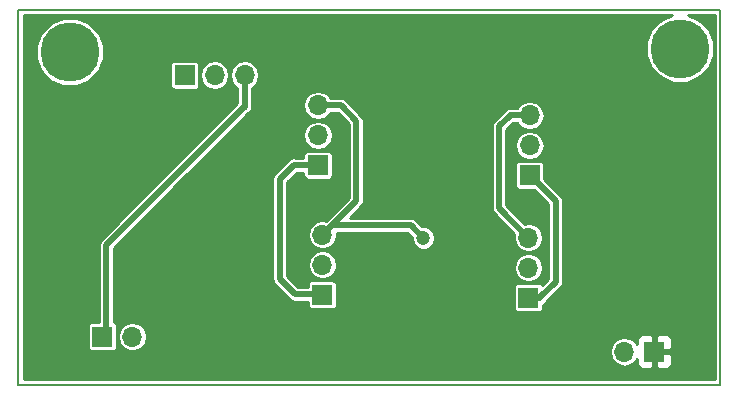
<source format=gbr>
G04 #@! TF.FileFunction,Copper,L2,Bot,Signal*
%FSLAX46Y46*%
G04 Gerber Fmt 4.6, Leading zero omitted, Abs format (unit mm)*
G04 Created by KiCad (PCBNEW 4.0.6) date 07/10/17 08:56:55*
%MOMM*%
%LPD*%
G01*
G04 APERTURE LIST*
%ADD10C,0.100000*%
%ADD11C,0.150000*%
%ADD12C,5.000000*%
%ADD13R,1.700000X1.700000*%
%ADD14O,1.700000X1.700000*%
%ADD15C,1.200000*%
%ADD16C,0.500000*%
%ADD17C,0.254000*%
G04 APERTURE END LIST*
D10*
D11*
X92102000Y-60452000D02*
X32666000Y-60452000D01*
X92102000Y-28702000D02*
X92102000Y-60452000D01*
X32666000Y-60452000D02*
X32666000Y-28702000D01*
X32666000Y-28702000D02*
X33428000Y-28702000D01*
X33428000Y-28702000D02*
X92102000Y-28702000D01*
D12*
X88690000Y-31990000D03*
D13*
X75846000Y-53086000D03*
D14*
X75846000Y-50546000D03*
X75846000Y-48006000D03*
D13*
X75950000Y-42720000D03*
D14*
X75950000Y-40180000D03*
X75950000Y-37640000D03*
D13*
X58020000Y-41870000D03*
D14*
X58020000Y-39330000D03*
X58020000Y-36790000D03*
D13*
X58400000Y-52840000D03*
D14*
X58400000Y-50300000D03*
X58400000Y-47760000D03*
D13*
X39778000Y-56388000D03*
D14*
X42318000Y-56388000D03*
D13*
X86514000Y-57658000D03*
D14*
X83974000Y-57658000D03*
D13*
X46740000Y-34250000D03*
D14*
X49280000Y-34250000D03*
X51820000Y-34250000D03*
D12*
X37010000Y-32270000D03*
D15*
X71390000Y-53680000D03*
X68740000Y-51470000D03*
X63780000Y-51390000D03*
X39220000Y-47100000D03*
X71880000Y-41290000D03*
X71870000Y-44650000D03*
X71840000Y-46710000D03*
X43730000Y-49230000D03*
X43700000Y-51240000D03*
X47620000Y-47330000D03*
X45880000Y-51240000D03*
X48040000Y-44710000D03*
X82100000Y-42570000D03*
X82160000Y-40400000D03*
X82220000Y-38550000D03*
X87010000Y-46110000D03*
X86420000Y-55430000D03*
X89710000Y-57650000D03*
X89730000Y-55890000D03*
X86540000Y-44680000D03*
X66950000Y-48030000D03*
D16*
X71840000Y-44680000D02*
X71840000Y-46710000D01*
X71870000Y-44650000D02*
X71840000Y-44680000D01*
X43700000Y-49260000D02*
X43700000Y-51240000D01*
X43730000Y-49230000D02*
X43700000Y-49260000D01*
X45880000Y-49070000D02*
X47620000Y-47330000D01*
X45880000Y-51240000D02*
X45880000Y-49070000D01*
D17*
X86522000Y-57650000D02*
X89710000Y-57650000D01*
X86514000Y-57658000D02*
X86522000Y-57650000D01*
X39778000Y-56388000D02*
X39750000Y-56360000D01*
D16*
X40110000Y-48610000D02*
X51690000Y-37030000D01*
X40110000Y-56056000D02*
X40110000Y-48610000D01*
X39778000Y-56388000D02*
X40110000Y-56056000D01*
X51820000Y-36900000D02*
X51820000Y-34250000D01*
X51690000Y-37030000D02*
X51820000Y-36900000D01*
D17*
X58400000Y-52840000D02*
X58370000Y-52810000D01*
D16*
X56040000Y-41870000D02*
X58020000Y-41870000D01*
X54970000Y-51700000D02*
X54770000Y-51500000D01*
X54770000Y-51500000D02*
X54770000Y-43510000D01*
X54770000Y-43510000D02*
X54770000Y-43060000D01*
X54770000Y-43060000D02*
X56000000Y-41830000D01*
X58370000Y-52810000D02*
X56080000Y-52810000D01*
X56080000Y-52810000D02*
X54970000Y-51700000D01*
D17*
X56000000Y-41830000D02*
X56040000Y-41870000D01*
D16*
X65860000Y-46940000D02*
X66950000Y-48030000D01*
X59220000Y-46940000D02*
X65860000Y-46940000D01*
D17*
X58400000Y-47760000D02*
X59220000Y-46940000D01*
D16*
X61250000Y-38110000D02*
X59940000Y-36800000D01*
X61250000Y-44910000D02*
X61250000Y-38110000D01*
X58400000Y-47760000D02*
X61250000Y-44910000D01*
X58030000Y-36800000D02*
X59940000Y-36800000D01*
D17*
X58020000Y-36790000D02*
X58030000Y-36800000D01*
D16*
X78150000Y-44920000D02*
X78150000Y-50860000D01*
X75950000Y-42720000D02*
X78150000Y-44920000D01*
X76830000Y-53050000D02*
X78150000Y-51730000D01*
D17*
X76830000Y-53140000D02*
X76830000Y-53050000D01*
D16*
X75900000Y-53140000D02*
X76830000Y-53140000D01*
D17*
X75846000Y-53086000D02*
X75900000Y-53140000D01*
D16*
X78150000Y-51730000D02*
X78150000Y-50860000D01*
X73350000Y-38590000D02*
X74270000Y-37670000D01*
X73350000Y-38950000D02*
X73350000Y-38590000D01*
X73350000Y-45510000D02*
X73350000Y-38950000D01*
X75846000Y-48006000D02*
X73350000Y-45510000D01*
X74300000Y-37640000D02*
X75950000Y-37640000D01*
D17*
X74270000Y-37670000D02*
X74300000Y-37640000D01*
G36*
X87060177Y-29546183D02*
X86249031Y-30355914D01*
X85809501Y-31414420D01*
X85808501Y-32560552D01*
X86246183Y-33619823D01*
X87055914Y-34430969D01*
X88114420Y-34870499D01*
X89260552Y-34871499D01*
X90319823Y-34433817D01*
X91130969Y-33624086D01*
X91570499Y-32565580D01*
X91571499Y-31419448D01*
X91133817Y-30360177D01*
X90324086Y-29549031D01*
X89382379Y-29158000D01*
X91646000Y-29158000D01*
X91646000Y-59996000D01*
X33122000Y-59996000D01*
X33122000Y-55538000D01*
X38539536Y-55538000D01*
X38539536Y-57238000D01*
X38566103Y-57379190D01*
X38649546Y-57508865D01*
X38776866Y-57595859D01*
X38928000Y-57626464D01*
X40628000Y-57626464D01*
X40769190Y-57599897D01*
X40898865Y-57516454D01*
X40985859Y-57389134D01*
X41016464Y-57238000D01*
X41016464Y-56363883D01*
X41087000Y-56363883D01*
X41087000Y-56412117D01*
X41180704Y-56883200D01*
X41447552Y-57282565D01*
X41846917Y-57549413D01*
X42318000Y-57643117D01*
X42364422Y-57633883D01*
X82743000Y-57633883D01*
X82743000Y-57682117D01*
X82836704Y-58153200D01*
X83103552Y-58552565D01*
X83502917Y-58819413D01*
X83974000Y-58913117D01*
X84445083Y-58819413D01*
X84844448Y-58552565D01*
X85029000Y-58276364D01*
X85029000Y-58634309D01*
X85125673Y-58867698D01*
X85304301Y-59046327D01*
X85537690Y-59143000D01*
X86228250Y-59143000D01*
X86387000Y-58984250D01*
X86387000Y-57785000D01*
X86641000Y-57785000D01*
X86641000Y-58984250D01*
X86799750Y-59143000D01*
X87490310Y-59143000D01*
X87723699Y-59046327D01*
X87902327Y-58867698D01*
X87999000Y-58634309D01*
X87999000Y-57943750D01*
X87840250Y-57785000D01*
X86641000Y-57785000D01*
X86387000Y-57785000D01*
X86367000Y-57785000D01*
X86367000Y-57531000D01*
X86387000Y-57531000D01*
X86387000Y-56331750D01*
X86641000Y-56331750D01*
X86641000Y-57531000D01*
X87840250Y-57531000D01*
X87999000Y-57372250D01*
X87999000Y-56681691D01*
X87902327Y-56448302D01*
X87723699Y-56269673D01*
X87490310Y-56173000D01*
X86799750Y-56173000D01*
X86641000Y-56331750D01*
X86387000Y-56331750D01*
X86228250Y-56173000D01*
X85537690Y-56173000D01*
X85304301Y-56269673D01*
X85125673Y-56448302D01*
X85029000Y-56681691D01*
X85029000Y-57039636D01*
X84844448Y-56763435D01*
X84445083Y-56496587D01*
X83974000Y-56402883D01*
X83502917Y-56496587D01*
X83103552Y-56763435D01*
X82836704Y-57162800D01*
X82743000Y-57633883D01*
X42364422Y-57633883D01*
X42789083Y-57549413D01*
X43188448Y-57282565D01*
X43455296Y-56883200D01*
X43549000Y-56412117D01*
X43549000Y-56363883D01*
X43455296Y-55892800D01*
X43188448Y-55493435D01*
X42789083Y-55226587D01*
X42318000Y-55132883D01*
X41846917Y-55226587D01*
X41447552Y-55493435D01*
X41180704Y-55892800D01*
X41087000Y-56363883D01*
X41016464Y-56363883D01*
X41016464Y-55538000D01*
X40989897Y-55396810D01*
X40906454Y-55267135D01*
X40779134Y-55180141D01*
X40741000Y-55172419D01*
X40741000Y-48871368D01*
X46552368Y-43060000D01*
X54139000Y-43060000D01*
X54139000Y-51500000D01*
X54175460Y-51683296D01*
X54187032Y-51741473D01*
X54323816Y-51946184D01*
X54523816Y-52146185D01*
X54523819Y-52146187D01*
X55633816Y-53256184D01*
X55838527Y-53392968D01*
X56080000Y-53441000D01*
X57161536Y-53441000D01*
X57161536Y-53690000D01*
X57188103Y-53831190D01*
X57271546Y-53960865D01*
X57398866Y-54047859D01*
X57550000Y-54078464D01*
X59250000Y-54078464D01*
X59391190Y-54051897D01*
X59520865Y-53968454D01*
X59607859Y-53841134D01*
X59638464Y-53690000D01*
X59638464Y-52236000D01*
X74607536Y-52236000D01*
X74607536Y-53936000D01*
X74634103Y-54077190D01*
X74717546Y-54206865D01*
X74844866Y-54293859D01*
X74996000Y-54324464D01*
X76696000Y-54324464D01*
X76837190Y-54297897D01*
X76966865Y-54214454D01*
X77053859Y-54087134D01*
X77084464Y-53936000D01*
X77084464Y-53714288D01*
X77276184Y-53586184D01*
X77412968Y-53381473D01*
X77418449Y-53353919D01*
X78596184Y-52176184D01*
X78732968Y-51971473D01*
X78781000Y-51730000D01*
X78781000Y-44920000D01*
X78732968Y-44678527D01*
X78596184Y-44473816D01*
X77188464Y-43066096D01*
X77188464Y-41870000D01*
X77161897Y-41728810D01*
X77078454Y-41599135D01*
X76951134Y-41512141D01*
X76800000Y-41481536D01*
X75100000Y-41481536D01*
X74958810Y-41508103D01*
X74829135Y-41591546D01*
X74742141Y-41718866D01*
X74711536Y-41870000D01*
X74711536Y-43570000D01*
X74738103Y-43711190D01*
X74821546Y-43840865D01*
X74948866Y-43927859D01*
X75100000Y-43958464D01*
X76296096Y-43958464D01*
X77519000Y-45181368D01*
X77519000Y-51468632D01*
X76993264Y-51994368D01*
X76974454Y-51965135D01*
X76847134Y-51878141D01*
X76696000Y-51847536D01*
X74996000Y-51847536D01*
X74854810Y-51874103D01*
X74725135Y-51957546D01*
X74638141Y-52084866D01*
X74607536Y-52236000D01*
X59638464Y-52236000D01*
X59638464Y-51990000D01*
X59611897Y-51848810D01*
X59528454Y-51719135D01*
X59401134Y-51632141D01*
X59250000Y-51601536D01*
X57550000Y-51601536D01*
X57408810Y-51628103D01*
X57279135Y-51711546D01*
X57192141Y-51838866D01*
X57161536Y-51990000D01*
X57161536Y-52179000D01*
X56341368Y-52179000D01*
X55416187Y-51253819D01*
X55416185Y-51253816D01*
X55401000Y-51238631D01*
X55401000Y-50300000D01*
X57144883Y-50300000D01*
X57238587Y-50771083D01*
X57505435Y-51170448D01*
X57904800Y-51437296D01*
X58375883Y-51531000D01*
X58424117Y-51531000D01*
X58895200Y-51437296D01*
X59294565Y-51170448D01*
X59561413Y-50771083D01*
X59606184Y-50546000D01*
X74590883Y-50546000D01*
X74684587Y-51017083D01*
X74951435Y-51416448D01*
X75350800Y-51683296D01*
X75821883Y-51777000D01*
X75870117Y-51777000D01*
X76341200Y-51683296D01*
X76740565Y-51416448D01*
X77007413Y-51017083D01*
X77101117Y-50546000D01*
X77007413Y-50074917D01*
X76740565Y-49675552D01*
X76341200Y-49408704D01*
X75870117Y-49315000D01*
X75821883Y-49315000D01*
X75350800Y-49408704D01*
X74951435Y-49675552D01*
X74684587Y-50074917D01*
X74590883Y-50546000D01*
X59606184Y-50546000D01*
X59655117Y-50300000D01*
X59561413Y-49828917D01*
X59294565Y-49429552D01*
X58895200Y-49162704D01*
X58424117Y-49069000D01*
X58375883Y-49069000D01*
X57904800Y-49162704D01*
X57505435Y-49429552D01*
X57238587Y-49828917D01*
X57144883Y-50300000D01*
X55401000Y-50300000D01*
X55401000Y-43321368D01*
X56221369Y-42501000D01*
X56781536Y-42501000D01*
X56781536Y-42720000D01*
X56808103Y-42861190D01*
X56891546Y-42990865D01*
X57018866Y-43077859D01*
X57170000Y-43108464D01*
X58870000Y-43108464D01*
X59011190Y-43081897D01*
X59140865Y-42998454D01*
X59227859Y-42871134D01*
X59258464Y-42720000D01*
X59258464Y-41020000D01*
X59231897Y-40878810D01*
X59148454Y-40749135D01*
X59021134Y-40662141D01*
X58870000Y-40631536D01*
X57170000Y-40631536D01*
X57028810Y-40658103D01*
X56899135Y-40741546D01*
X56812141Y-40868866D01*
X56781536Y-41020000D01*
X56781536Y-41239000D01*
X56201094Y-41239000D01*
X56000000Y-41199000D01*
X55758527Y-41247032D01*
X55553816Y-41383815D01*
X54323816Y-42613816D01*
X54187032Y-42818527D01*
X54139000Y-43060000D01*
X46552368Y-43060000D01*
X50282368Y-39330000D01*
X56764883Y-39330000D01*
X56858587Y-39801083D01*
X57125435Y-40200448D01*
X57524800Y-40467296D01*
X57995883Y-40561000D01*
X58044117Y-40561000D01*
X58515200Y-40467296D01*
X58914565Y-40200448D01*
X59181413Y-39801083D01*
X59275117Y-39330000D01*
X59181413Y-38858917D01*
X58914565Y-38459552D01*
X58515200Y-38192704D01*
X58044117Y-38099000D01*
X57995883Y-38099000D01*
X57524800Y-38192704D01*
X57125435Y-38459552D01*
X56858587Y-38858917D01*
X56764883Y-39330000D01*
X50282368Y-39330000D01*
X52136184Y-37476184D01*
X52266185Y-37346184D01*
X52402968Y-37141473D01*
X52451000Y-36900000D01*
X52451000Y-36790000D01*
X56764883Y-36790000D01*
X56858587Y-37261083D01*
X57125435Y-37660448D01*
X57524800Y-37927296D01*
X57995883Y-38021000D01*
X58044117Y-38021000D01*
X58515200Y-37927296D01*
X58914565Y-37660448D01*
X59067878Y-37431000D01*
X59678632Y-37431000D01*
X60619000Y-38371369D01*
X60619000Y-44648631D01*
X58686450Y-46581181D01*
X58424117Y-46529000D01*
X58375883Y-46529000D01*
X57904800Y-46622704D01*
X57505435Y-46889552D01*
X57238587Y-47288917D01*
X57144883Y-47760000D01*
X57238587Y-48231083D01*
X57505435Y-48630448D01*
X57904800Y-48897296D01*
X58375883Y-48991000D01*
X58424117Y-48991000D01*
X58895200Y-48897296D01*
X59294565Y-48630448D01*
X59561413Y-48231083D01*
X59655117Y-47760000D01*
X59617523Y-47571000D01*
X65598632Y-47571000D01*
X65969077Y-47941446D01*
X65968830Y-48224277D01*
X66117864Y-48584966D01*
X66393583Y-48861166D01*
X66754011Y-49010829D01*
X67144277Y-49011170D01*
X67504966Y-48862136D01*
X67781166Y-48586417D01*
X67930829Y-48225989D01*
X67931170Y-47835723D01*
X67782136Y-47475034D01*
X67506417Y-47198834D01*
X67145989Y-47049171D01*
X66861291Y-47048922D01*
X66306184Y-46493816D01*
X66101473Y-46357032D01*
X65860000Y-46309000D01*
X60743369Y-46309000D01*
X61696185Y-45356184D01*
X61832968Y-45151473D01*
X61881000Y-44910000D01*
X61881000Y-38590000D01*
X72719000Y-38590000D01*
X72719000Y-45510000D01*
X72767032Y-45751473D01*
X72903816Y-45956184D01*
X74651067Y-47703435D01*
X74590883Y-48006000D01*
X74684587Y-48477083D01*
X74951435Y-48876448D01*
X75350800Y-49143296D01*
X75821883Y-49237000D01*
X75870117Y-49237000D01*
X76341200Y-49143296D01*
X76740565Y-48876448D01*
X77007413Y-48477083D01*
X77101117Y-48006000D01*
X77007413Y-47534917D01*
X76740565Y-47135552D01*
X76341200Y-46868704D01*
X75870117Y-46775000D01*
X75821883Y-46775000D01*
X75559549Y-46827181D01*
X73981000Y-45248632D01*
X73981000Y-40180000D01*
X74694883Y-40180000D01*
X74788587Y-40651083D01*
X75055435Y-41050448D01*
X75454800Y-41317296D01*
X75925883Y-41411000D01*
X75974117Y-41411000D01*
X76445200Y-41317296D01*
X76844565Y-41050448D01*
X77111413Y-40651083D01*
X77205117Y-40180000D01*
X77111413Y-39708917D01*
X76844565Y-39309552D01*
X76445200Y-39042704D01*
X75974117Y-38949000D01*
X75925883Y-38949000D01*
X75454800Y-39042704D01*
X75055435Y-39309552D01*
X74788587Y-39708917D01*
X74694883Y-40180000D01*
X73981000Y-40180000D01*
X73981000Y-38851368D01*
X74561369Y-38271000D01*
X74895440Y-38271000D01*
X75055435Y-38510448D01*
X75454800Y-38777296D01*
X75925883Y-38871000D01*
X75974117Y-38871000D01*
X76445200Y-38777296D01*
X76844565Y-38510448D01*
X77111413Y-38111083D01*
X77205117Y-37640000D01*
X77111413Y-37168917D01*
X76844565Y-36769552D01*
X76445200Y-36502704D01*
X75974117Y-36409000D01*
X75925883Y-36409000D01*
X75454800Y-36502704D01*
X75055435Y-36769552D01*
X74895440Y-37009000D01*
X74300000Y-37009000D01*
X74058527Y-37057032D01*
X73853816Y-37193816D01*
X73841800Y-37211799D01*
X73823815Y-37223816D01*
X72903816Y-38143816D01*
X72767032Y-38348527D01*
X72719000Y-38590000D01*
X61881000Y-38590000D01*
X61881000Y-38110000D01*
X61832968Y-37868527D01*
X61810168Y-37834404D01*
X61696185Y-37663816D01*
X60386184Y-36353816D01*
X60181473Y-36217032D01*
X59940000Y-36169000D01*
X59081241Y-36169000D01*
X58914565Y-35919552D01*
X58515200Y-35652704D01*
X58044117Y-35559000D01*
X57995883Y-35559000D01*
X57524800Y-35652704D01*
X57125435Y-35919552D01*
X56858587Y-36318917D01*
X56764883Y-36790000D01*
X52451000Y-36790000D01*
X52451000Y-35304560D01*
X52690448Y-35144565D01*
X52957296Y-34745200D01*
X53051000Y-34274117D01*
X53051000Y-34225883D01*
X52957296Y-33754800D01*
X52690448Y-33355435D01*
X52291083Y-33088587D01*
X51820000Y-32994883D01*
X51348917Y-33088587D01*
X50949552Y-33355435D01*
X50682704Y-33754800D01*
X50589000Y-34225883D01*
X50589000Y-34274117D01*
X50682704Y-34745200D01*
X50949552Y-35144565D01*
X51189000Y-35304560D01*
X51189000Y-36638632D01*
X39663816Y-48163816D01*
X39527032Y-48368527D01*
X39479000Y-48610000D01*
X39479000Y-55149536D01*
X38928000Y-55149536D01*
X38786810Y-55176103D01*
X38657135Y-55259546D01*
X38570141Y-55386866D01*
X38539536Y-55538000D01*
X33122000Y-55538000D01*
X33122000Y-32840552D01*
X34128501Y-32840552D01*
X34566183Y-33899823D01*
X35375914Y-34710969D01*
X36434420Y-35150499D01*
X37580552Y-35151499D01*
X38639823Y-34713817D01*
X39450969Y-33904086D01*
X39660283Y-33400000D01*
X45501536Y-33400000D01*
X45501536Y-35100000D01*
X45528103Y-35241190D01*
X45611546Y-35370865D01*
X45738866Y-35457859D01*
X45890000Y-35488464D01*
X47590000Y-35488464D01*
X47731190Y-35461897D01*
X47860865Y-35378454D01*
X47947859Y-35251134D01*
X47978464Y-35100000D01*
X47978464Y-34225883D01*
X48049000Y-34225883D01*
X48049000Y-34274117D01*
X48142704Y-34745200D01*
X48409552Y-35144565D01*
X48808917Y-35411413D01*
X49280000Y-35505117D01*
X49751083Y-35411413D01*
X50150448Y-35144565D01*
X50417296Y-34745200D01*
X50511000Y-34274117D01*
X50511000Y-34225883D01*
X50417296Y-33754800D01*
X50150448Y-33355435D01*
X49751083Y-33088587D01*
X49280000Y-32994883D01*
X48808917Y-33088587D01*
X48409552Y-33355435D01*
X48142704Y-33754800D01*
X48049000Y-34225883D01*
X47978464Y-34225883D01*
X47978464Y-33400000D01*
X47951897Y-33258810D01*
X47868454Y-33129135D01*
X47741134Y-33042141D01*
X47590000Y-33011536D01*
X45890000Y-33011536D01*
X45748810Y-33038103D01*
X45619135Y-33121546D01*
X45532141Y-33248866D01*
X45501536Y-33400000D01*
X39660283Y-33400000D01*
X39890499Y-32845580D01*
X39891499Y-31699448D01*
X39453817Y-30640177D01*
X38644086Y-29829031D01*
X37585580Y-29389501D01*
X36439448Y-29388501D01*
X35380177Y-29826183D01*
X34569031Y-30635914D01*
X34129501Y-31694420D01*
X34128501Y-32840552D01*
X33122000Y-32840552D01*
X33122000Y-29158000D01*
X87999651Y-29158000D01*
X87060177Y-29546183D01*
X87060177Y-29546183D01*
G37*
X87060177Y-29546183D02*
X86249031Y-30355914D01*
X85809501Y-31414420D01*
X85808501Y-32560552D01*
X86246183Y-33619823D01*
X87055914Y-34430969D01*
X88114420Y-34870499D01*
X89260552Y-34871499D01*
X90319823Y-34433817D01*
X91130969Y-33624086D01*
X91570499Y-32565580D01*
X91571499Y-31419448D01*
X91133817Y-30360177D01*
X90324086Y-29549031D01*
X89382379Y-29158000D01*
X91646000Y-29158000D01*
X91646000Y-59996000D01*
X33122000Y-59996000D01*
X33122000Y-55538000D01*
X38539536Y-55538000D01*
X38539536Y-57238000D01*
X38566103Y-57379190D01*
X38649546Y-57508865D01*
X38776866Y-57595859D01*
X38928000Y-57626464D01*
X40628000Y-57626464D01*
X40769190Y-57599897D01*
X40898865Y-57516454D01*
X40985859Y-57389134D01*
X41016464Y-57238000D01*
X41016464Y-56363883D01*
X41087000Y-56363883D01*
X41087000Y-56412117D01*
X41180704Y-56883200D01*
X41447552Y-57282565D01*
X41846917Y-57549413D01*
X42318000Y-57643117D01*
X42364422Y-57633883D01*
X82743000Y-57633883D01*
X82743000Y-57682117D01*
X82836704Y-58153200D01*
X83103552Y-58552565D01*
X83502917Y-58819413D01*
X83974000Y-58913117D01*
X84445083Y-58819413D01*
X84844448Y-58552565D01*
X85029000Y-58276364D01*
X85029000Y-58634309D01*
X85125673Y-58867698D01*
X85304301Y-59046327D01*
X85537690Y-59143000D01*
X86228250Y-59143000D01*
X86387000Y-58984250D01*
X86387000Y-57785000D01*
X86641000Y-57785000D01*
X86641000Y-58984250D01*
X86799750Y-59143000D01*
X87490310Y-59143000D01*
X87723699Y-59046327D01*
X87902327Y-58867698D01*
X87999000Y-58634309D01*
X87999000Y-57943750D01*
X87840250Y-57785000D01*
X86641000Y-57785000D01*
X86387000Y-57785000D01*
X86367000Y-57785000D01*
X86367000Y-57531000D01*
X86387000Y-57531000D01*
X86387000Y-56331750D01*
X86641000Y-56331750D01*
X86641000Y-57531000D01*
X87840250Y-57531000D01*
X87999000Y-57372250D01*
X87999000Y-56681691D01*
X87902327Y-56448302D01*
X87723699Y-56269673D01*
X87490310Y-56173000D01*
X86799750Y-56173000D01*
X86641000Y-56331750D01*
X86387000Y-56331750D01*
X86228250Y-56173000D01*
X85537690Y-56173000D01*
X85304301Y-56269673D01*
X85125673Y-56448302D01*
X85029000Y-56681691D01*
X85029000Y-57039636D01*
X84844448Y-56763435D01*
X84445083Y-56496587D01*
X83974000Y-56402883D01*
X83502917Y-56496587D01*
X83103552Y-56763435D01*
X82836704Y-57162800D01*
X82743000Y-57633883D01*
X42364422Y-57633883D01*
X42789083Y-57549413D01*
X43188448Y-57282565D01*
X43455296Y-56883200D01*
X43549000Y-56412117D01*
X43549000Y-56363883D01*
X43455296Y-55892800D01*
X43188448Y-55493435D01*
X42789083Y-55226587D01*
X42318000Y-55132883D01*
X41846917Y-55226587D01*
X41447552Y-55493435D01*
X41180704Y-55892800D01*
X41087000Y-56363883D01*
X41016464Y-56363883D01*
X41016464Y-55538000D01*
X40989897Y-55396810D01*
X40906454Y-55267135D01*
X40779134Y-55180141D01*
X40741000Y-55172419D01*
X40741000Y-48871368D01*
X46552368Y-43060000D01*
X54139000Y-43060000D01*
X54139000Y-51500000D01*
X54175460Y-51683296D01*
X54187032Y-51741473D01*
X54323816Y-51946184D01*
X54523816Y-52146185D01*
X54523819Y-52146187D01*
X55633816Y-53256184D01*
X55838527Y-53392968D01*
X56080000Y-53441000D01*
X57161536Y-53441000D01*
X57161536Y-53690000D01*
X57188103Y-53831190D01*
X57271546Y-53960865D01*
X57398866Y-54047859D01*
X57550000Y-54078464D01*
X59250000Y-54078464D01*
X59391190Y-54051897D01*
X59520865Y-53968454D01*
X59607859Y-53841134D01*
X59638464Y-53690000D01*
X59638464Y-52236000D01*
X74607536Y-52236000D01*
X74607536Y-53936000D01*
X74634103Y-54077190D01*
X74717546Y-54206865D01*
X74844866Y-54293859D01*
X74996000Y-54324464D01*
X76696000Y-54324464D01*
X76837190Y-54297897D01*
X76966865Y-54214454D01*
X77053859Y-54087134D01*
X77084464Y-53936000D01*
X77084464Y-53714288D01*
X77276184Y-53586184D01*
X77412968Y-53381473D01*
X77418449Y-53353919D01*
X78596184Y-52176184D01*
X78732968Y-51971473D01*
X78781000Y-51730000D01*
X78781000Y-44920000D01*
X78732968Y-44678527D01*
X78596184Y-44473816D01*
X77188464Y-43066096D01*
X77188464Y-41870000D01*
X77161897Y-41728810D01*
X77078454Y-41599135D01*
X76951134Y-41512141D01*
X76800000Y-41481536D01*
X75100000Y-41481536D01*
X74958810Y-41508103D01*
X74829135Y-41591546D01*
X74742141Y-41718866D01*
X74711536Y-41870000D01*
X74711536Y-43570000D01*
X74738103Y-43711190D01*
X74821546Y-43840865D01*
X74948866Y-43927859D01*
X75100000Y-43958464D01*
X76296096Y-43958464D01*
X77519000Y-45181368D01*
X77519000Y-51468632D01*
X76993264Y-51994368D01*
X76974454Y-51965135D01*
X76847134Y-51878141D01*
X76696000Y-51847536D01*
X74996000Y-51847536D01*
X74854810Y-51874103D01*
X74725135Y-51957546D01*
X74638141Y-52084866D01*
X74607536Y-52236000D01*
X59638464Y-52236000D01*
X59638464Y-51990000D01*
X59611897Y-51848810D01*
X59528454Y-51719135D01*
X59401134Y-51632141D01*
X59250000Y-51601536D01*
X57550000Y-51601536D01*
X57408810Y-51628103D01*
X57279135Y-51711546D01*
X57192141Y-51838866D01*
X57161536Y-51990000D01*
X57161536Y-52179000D01*
X56341368Y-52179000D01*
X55416187Y-51253819D01*
X55416185Y-51253816D01*
X55401000Y-51238631D01*
X55401000Y-50300000D01*
X57144883Y-50300000D01*
X57238587Y-50771083D01*
X57505435Y-51170448D01*
X57904800Y-51437296D01*
X58375883Y-51531000D01*
X58424117Y-51531000D01*
X58895200Y-51437296D01*
X59294565Y-51170448D01*
X59561413Y-50771083D01*
X59606184Y-50546000D01*
X74590883Y-50546000D01*
X74684587Y-51017083D01*
X74951435Y-51416448D01*
X75350800Y-51683296D01*
X75821883Y-51777000D01*
X75870117Y-51777000D01*
X76341200Y-51683296D01*
X76740565Y-51416448D01*
X77007413Y-51017083D01*
X77101117Y-50546000D01*
X77007413Y-50074917D01*
X76740565Y-49675552D01*
X76341200Y-49408704D01*
X75870117Y-49315000D01*
X75821883Y-49315000D01*
X75350800Y-49408704D01*
X74951435Y-49675552D01*
X74684587Y-50074917D01*
X74590883Y-50546000D01*
X59606184Y-50546000D01*
X59655117Y-50300000D01*
X59561413Y-49828917D01*
X59294565Y-49429552D01*
X58895200Y-49162704D01*
X58424117Y-49069000D01*
X58375883Y-49069000D01*
X57904800Y-49162704D01*
X57505435Y-49429552D01*
X57238587Y-49828917D01*
X57144883Y-50300000D01*
X55401000Y-50300000D01*
X55401000Y-43321368D01*
X56221369Y-42501000D01*
X56781536Y-42501000D01*
X56781536Y-42720000D01*
X56808103Y-42861190D01*
X56891546Y-42990865D01*
X57018866Y-43077859D01*
X57170000Y-43108464D01*
X58870000Y-43108464D01*
X59011190Y-43081897D01*
X59140865Y-42998454D01*
X59227859Y-42871134D01*
X59258464Y-42720000D01*
X59258464Y-41020000D01*
X59231897Y-40878810D01*
X59148454Y-40749135D01*
X59021134Y-40662141D01*
X58870000Y-40631536D01*
X57170000Y-40631536D01*
X57028810Y-40658103D01*
X56899135Y-40741546D01*
X56812141Y-40868866D01*
X56781536Y-41020000D01*
X56781536Y-41239000D01*
X56201094Y-41239000D01*
X56000000Y-41199000D01*
X55758527Y-41247032D01*
X55553816Y-41383815D01*
X54323816Y-42613816D01*
X54187032Y-42818527D01*
X54139000Y-43060000D01*
X46552368Y-43060000D01*
X50282368Y-39330000D01*
X56764883Y-39330000D01*
X56858587Y-39801083D01*
X57125435Y-40200448D01*
X57524800Y-40467296D01*
X57995883Y-40561000D01*
X58044117Y-40561000D01*
X58515200Y-40467296D01*
X58914565Y-40200448D01*
X59181413Y-39801083D01*
X59275117Y-39330000D01*
X59181413Y-38858917D01*
X58914565Y-38459552D01*
X58515200Y-38192704D01*
X58044117Y-38099000D01*
X57995883Y-38099000D01*
X57524800Y-38192704D01*
X57125435Y-38459552D01*
X56858587Y-38858917D01*
X56764883Y-39330000D01*
X50282368Y-39330000D01*
X52136184Y-37476184D01*
X52266185Y-37346184D01*
X52402968Y-37141473D01*
X52451000Y-36900000D01*
X52451000Y-36790000D01*
X56764883Y-36790000D01*
X56858587Y-37261083D01*
X57125435Y-37660448D01*
X57524800Y-37927296D01*
X57995883Y-38021000D01*
X58044117Y-38021000D01*
X58515200Y-37927296D01*
X58914565Y-37660448D01*
X59067878Y-37431000D01*
X59678632Y-37431000D01*
X60619000Y-38371369D01*
X60619000Y-44648631D01*
X58686450Y-46581181D01*
X58424117Y-46529000D01*
X58375883Y-46529000D01*
X57904800Y-46622704D01*
X57505435Y-46889552D01*
X57238587Y-47288917D01*
X57144883Y-47760000D01*
X57238587Y-48231083D01*
X57505435Y-48630448D01*
X57904800Y-48897296D01*
X58375883Y-48991000D01*
X58424117Y-48991000D01*
X58895200Y-48897296D01*
X59294565Y-48630448D01*
X59561413Y-48231083D01*
X59655117Y-47760000D01*
X59617523Y-47571000D01*
X65598632Y-47571000D01*
X65969077Y-47941446D01*
X65968830Y-48224277D01*
X66117864Y-48584966D01*
X66393583Y-48861166D01*
X66754011Y-49010829D01*
X67144277Y-49011170D01*
X67504966Y-48862136D01*
X67781166Y-48586417D01*
X67930829Y-48225989D01*
X67931170Y-47835723D01*
X67782136Y-47475034D01*
X67506417Y-47198834D01*
X67145989Y-47049171D01*
X66861291Y-47048922D01*
X66306184Y-46493816D01*
X66101473Y-46357032D01*
X65860000Y-46309000D01*
X60743369Y-46309000D01*
X61696185Y-45356184D01*
X61832968Y-45151473D01*
X61881000Y-44910000D01*
X61881000Y-38590000D01*
X72719000Y-38590000D01*
X72719000Y-45510000D01*
X72767032Y-45751473D01*
X72903816Y-45956184D01*
X74651067Y-47703435D01*
X74590883Y-48006000D01*
X74684587Y-48477083D01*
X74951435Y-48876448D01*
X75350800Y-49143296D01*
X75821883Y-49237000D01*
X75870117Y-49237000D01*
X76341200Y-49143296D01*
X76740565Y-48876448D01*
X77007413Y-48477083D01*
X77101117Y-48006000D01*
X77007413Y-47534917D01*
X76740565Y-47135552D01*
X76341200Y-46868704D01*
X75870117Y-46775000D01*
X75821883Y-46775000D01*
X75559549Y-46827181D01*
X73981000Y-45248632D01*
X73981000Y-40180000D01*
X74694883Y-40180000D01*
X74788587Y-40651083D01*
X75055435Y-41050448D01*
X75454800Y-41317296D01*
X75925883Y-41411000D01*
X75974117Y-41411000D01*
X76445200Y-41317296D01*
X76844565Y-41050448D01*
X77111413Y-40651083D01*
X77205117Y-40180000D01*
X77111413Y-39708917D01*
X76844565Y-39309552D01*
X76445200Y-39042704D01*
X75974117Y-38949000D01*
X75925883Y-38949000D01*
X75454800Y-39042704D01*
X75055435Y-39309552D01*
X74788587Y-39708917D01*
X74694883Y-40180000D01*
X73981000Y-40180000D01*
X73981000Y-38851368D01*
X74561369Y-38271000D01*
X74895440Y-38271000D01*
X75055435Y-38510448D01*
X75454800Y-38777296D01*
X75925883Y-38871000D01*
X75974117Y-38871000D01*
X76445200Y-38777296D01*
X76844565Y-38510448D01*
X77111413Y-38111083D01*
X77205117Y-37640000D01*
X77111413Y-37168917D01*
X76844565Y-36769552D01*
X76445200Y-36502704D01*
X75974117Y-36409000D01*
X75925883Y-36409000D01*
X75454800Y-36502704D01*
X75055435Y-36769552D01*
X74895440Y-37009000D01*
X74300000Y-37009000D01*
X74058527Y-37057032D01*
X73853816Y-37193816D01*
X73841800Y-37211799D01*
X73823815Y-37223816D01*
X72903816Y-38143816D01*
X72767032Y-38348527D01*
X72719000Y-38590000D01*
X61881000Y-38590000D01*
X61881000Y-38110000D01*
X61832968Y-37868527D01*
X61810168Y-37834404D01*
X61696185Y-37663816D01*
X60386184Y-36353816D01*
X60181473Y-36217032D01*
X59940000Y-36169000D01*
X59081241Y-36169000D01*
X58914565Y-35919552D01*
X58515200Y-35652704D01*
X58044117Y-35559000D01*
X57995883Y-35559000D01*
X57524800Y-35652704D01*
X57125435Y-35919552D01*
X56858587Y-36318917D01*
X56764883Y-36790000D01*
X52451000Y-36790000D01*
X52451000Y-35304560D01*
X52690448Y-35144565D01*
X52957296Y-34745200D01*
X53051000Y-34274117D01*
X53051000Y-34225883D01*
X52957296Y-33754800D01*
X52690448Y-33355435D01*
X52291083Y-33088587D01*
X51820000Y-32994883D01*
X51348917Y-33088587D01*
X50949552Y-33355435D01*
X50682704Y-33754800D01*
X50589000Y-34225883D01*
X50589000Y-34274117D01*
X50682704Y-34745200D01*
X50949552Y-35144565D01*
X51189000Y-35304560D01*
X51189000Y-36638632D01*
X39663816Y-48163816D01*
X39527032Y-48368527D01*
X39479000Y-48610000D01*
X39479000Y-55149536D01*
X38928000Y-55149536D01*
X38786810Y-55176103D01*
X38657135Y-55259546D01*
X38570141Y-55386866D01*
X38539536Y-55538000D01*
X33122000Y-55538000D01*
X33122000Y-32840552D01*
X34128501Y-32840552D01*
X34566183Y-33899823D01*
X35375914Y-34710969D01*
X36434420Y-35150499D01*
X37580552Y-35151499D01*
X38639823Y-34713817D01*
X39450969Y-33904086D01*
X39660283Y-33400000D01*
X45501536Y-33400000D01*
X45501536Y-35100000D01*
X45528103Y-35241190D01*
X45611546Y-35370865D01*
X45738866Y-35457859D01*
X45890000Y-35488464D01*
X47590000Y-35488464D01*
X47731190Y-35461897D01*
X47860865Y-35378454D01*
X47947859Y-35251134D01*
X47978464Y-35100000D01*
X47978464Y-34225883D01*
X48049000Y-34225883D01*
X48049000Y-34274117D01*
X48142704Y-34745200D01*
X48409552Y-35144565D01*
X48808917Y-35411413D01*
X49280000Y-35505117D01*
X49751083Y-35411413D01*
X50150448Y-35144565D01*
X50417296Y-34745200D01*
X50511000Y-34274117D01*
X50511000Y-34225883D01*
X50417296Y-33754800D01*
X50150448Y-33355435D01*
X49751083Y-33088587D01*
X49280000Y-32994883D01*
X48808917Y-33088587D01*
X48409552Y-33355435D01*
X48142704Y-33754800D01*
X48049000Y-34225883D01*
X47978464Y-34225883D01*
X47978464Y-33400000D01*
X47951897Y-33258810D01*
X47868454Y-33129135D01*
X47741134Y-33042141D01*
X47590000Y-33011536D01*
X45890000Y-33011536D01*
X45748810Y-33038103D01*
X45619135Y-33121546D01*
X45532141Y-33248866D01*
X45501536Y-33400000D01*
X39660283Y-33400000D01*
X39890499Y-32845580D01*
X39891499Y-31699448D01*
X39453817Y-30640177D01*
X38644086Y-29829031D01*
X37585580Y-29389501D01*
X36439448Y-29388501D01*
X35380177Y-29826183D01*
X34569031Y-30635914D01*
X34129501Y-31694420D01*
X34128501Y-32840552D01*
X33122000Y-32840552D01*
X33122000Y-29158000D01*
X87999651Y-29158000D01*
X87060177Y-29546183D01*
M02*

</source>
